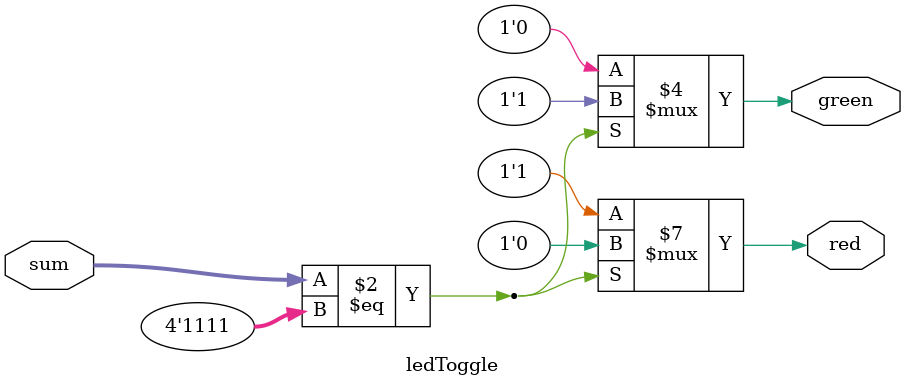
<source format=v>

module ledToggle(sum, red, green);

	input [3:0] sum;
	output red, green;
	reg red, green;

	always @ (sum)
		begin
		if (sum == 15)
			begin
			red = 0;
			green = 1;
			end 
		else
			begin
			red = 1; 
			green = 0;
		end
	end
endmodule			

</source>
